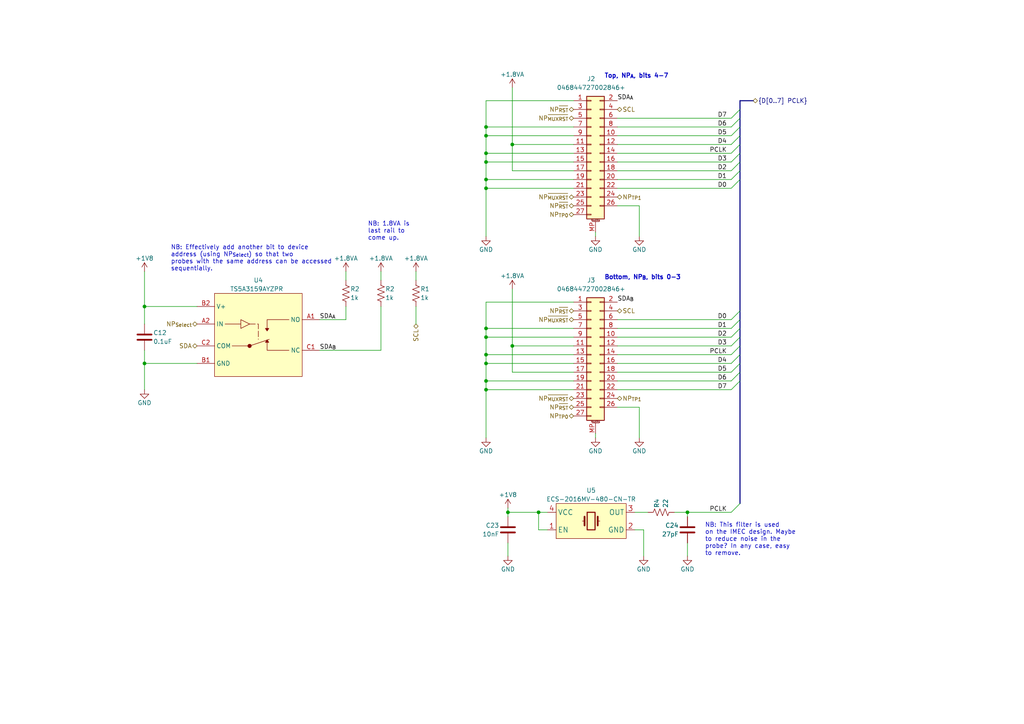
<source format=kicad_sch>
(kicad_sch (version 20230121) (generator eeschema)
  (paper "A4")
  (title_block (title "ONIX Neuropixels 2.0 Economical Headstage") (rev "B") (company "Open Ephys, Inc") (comment 1 "Jonathan P. Newman"))
  (lib_symbols
    (symbol "Connector_Generic_MountingPin:Conn_2Rows-27Pins_MountingPin" (pin_names (offset 1.016) hide)
      (property "Reference" "J" (at 1.27 17.78 0))
      (property "Value" "Conn_2Rows-27Pins_MountingPin" (at 2.54 -20.32 0))
      (symbol "Conn_2Rows-27Pins_MountingPin_1_1"
        (rectangle (start -1.27 -17.653) (end 0 -17.907) (stroke (width 0.1524)))
        (rectangle (start -1.27 -15.113) (end 0 -15.367) (stroke (width 0.1524)))
        (rectangle (start -1.27 -12.573) (end 0 -12.827) (stroke (width 0.1524)))
        (rectangle (start -1.27 -10.033) (end 0 -10.287) (stroke (width 0.1524)))
        (rectangle (start -1.27 -7.493) (end 0 -7.747) (stroke (width 0.1524)))
        (rectangle (start -1.27 -4.953) (end 0 -5.207) (stroke (width 0.1524)))
        (rectangle (start -1.27 -2.413) (end 0 -2.667) (stroke (width 0.1524)))
        (rectangle (start -1.27 0.127) (end 0 -0.127) (stroke (width 0.1524)))
        (rectangle (start -1.27 2.667) (end 0 2.413) (stroke (width 0.1524)))
        (rectangle (start -1.27 5.207) (end 0 4.953) (stroke (width 0.1524)))
        (rectangle (start -1.27 7.747) (end 0 7.493) (stroke (width 0.1524)))
        (rectangle (start -1.27 10.287) (end 0 10.033) (stroke (width 0.1524)))
        (rectangle (start -1.27 12.827) (end 0 12.573) (stroke (width 0.1524)))
        (rectangle (start -1.27 15.367) (end 0 15.113) (stroke (width 0.1524)))
        (rectangle (start -1.27 16.51) (end 3.81 -19.05) (stroke (width 0.254)) (fill (type background)))
        (polyline (pts (xy 0.254 -19.812) (xy 2.286 -19.812)) (stroke (width 0.1524)))
        (rectangle (start 3.81 -15.113) (end 2.54 -15.367) (stroke (width 0.1524)))
        (rectangle (start 3.81 -12.573) (end 2.54 -12.827) (stroke (width 0.1524)))
        (rectangle (start 3.81 -10.033) (end 2.54 -10.287) (stroke (width 0.1524)))
        (rectangle (start 3.81 -7.493) (end 2.54 -7.747) (stroke (width 0.1524)))
        (rectangle (start 3.81 -4.953) (end 2.54 -5.207) (stroke (width 0.1524)))
        (rectangle (start 3.81 -2.413) (end 2.54 -2.667) (stroke (width 0.1524)))
        (rectangle (start 3.81 0.127) (end 2.54 -0.127) (stroke (width 0.1524)))
        (rectangle (start 3.81 2.667) (end 2.54 2.413) (stroke (width 0.1524)))
        (rectangle (start 3.81 5.207) (end 2.54 4.953) (stroke (width 0.1524)))
        (rectangle (start 3.81 7.747) (end 2.54 7.493) (stroke (width 0.1524)))
        (rectangle (start 3.81 10.287) (end 2.54 10.033) (stroke (width 0.1524)))
        (rectangle (start 3.81 12.827) (end 2.54 12.573) (stroke (width 0.1524)))
        (rectangle (start 3.81 15.367) (end 2.54 15.113) (stroke (width 0.1524)))
        (text "Mounting" (at 1.27 -19.431 0) (effects (font (size 0.381 0.381))))
        (pin passive line (at -5.08 15.24 0) (length 3.81) (name "Pin_1") (number "1"))
        (pin passive line (at 7.62 5.08 180) (length 3.81) (name "Pin_10") (number "10"))
        (pin passive line (at -5.08 2.54 0) (length 3.81) (name "Pin_11") (number "11"))
        (pin passive line (at 7.62 2.54 180) (length 3.81) (name "Pin_12") (number "12"))
        (pin passive line (at -5.08 0 0) (length 3.81) (name "Pin_13") (number "13"))
        (pin passive line (at 7.62 0 180) (length 3.81) (name "Pin_14") (number "14"))
        (pin passive line (at -5.08 -2.54 0) (length 3.81) (name "Pin_15") (number "15"))
        (pin passive line (at 7.62 -2.54 180) (length 3.81) (name "Pin_16") (number "16"))
        (pin passive line (at -5.08 -5.08 0) (length 3.81) (name "Pin_17") (number "17"))
        (pin passive line (at 7.62 -5.08 180) (length 3.81) (name "Pin_18") (number "18"))
        (pin passive line (at -5.08 -7.62 0) (length 3.81) (name "Pin_19") (number "19"))
        (pin passive line (at 7.62 15.24 180) (length 3.81) (name "Pin_2") (number "2"))
        (pin passive line (at 7.62 -7.62 180) (length 3.81) (name "Pin_20") (number "20"))
        (pin passive line (at -5.08 -10.16 0) (length 3.81) (name "Pin_21") (number "21"))
        (pin passive line (at 7.62 -10.16 180) (length 3.81) (name "Pin_22") (number "22"))
        (pin passive line (at -5.08 -12.7 0) (length 3.81) (name "Pin_23") (number "23"))
        (pin passive line (at 7.62 -12.7 180) (length 3.81) (name "Pin_24") (number "24"))
        (pin passive line (at -5.08 -15.24 0) (length 3.81) (name "Pin_25") (number "25"))
        (pin passive line (at 7.62 -15.24 180) (length 3.81) (name "Pin_26") (number "26"))
        (pin passive line (at -5.08 -17.78 0) (length 3.81) (name "Pin_27") (number "27"))
        (pin passive line (at -5.08 12.7 0) (length 3.81) (name "Pin_3") (number "3"))
        (pin passive line (at 7.62 12.7 180) (length 3.81) (name "Pin_4") (number "4"))
        (pin passive line (at -5.08 10.16 0) (length 3.81) (name "Pin_5") (number "5"))
        (pin passive line (at 7.62 10.16 180) (length 3.81) (name "Pin_6") (number "6"))
        (pin passive line (at -5.08 7.62 0) (length 3.81) (name "Pin_7") (number "7"))
        (pin passive line (at 7.62 7.62 180) (length 3.81) (name "Pin_8") (number "8"))
        (pin passive line (at -5.08 5.08 0) (length 3.81) (name "Pin_9") (number "9"))
        (pin passive line (at 1.27 -22.86 90) (length 3.048) (name "MountPin") (number "MP"))
      )
    )
    (symbol "Device:C" (pin_numbers hide) (pin_names (offset 0.254))
      (property "Reference" "C" (at 0.635 2.54 0))
      (property "Value" "C" (at 0.635 -2.54 0))
      (symbol "C_0_1"
        (polyline (pts (xy -2.032 -0.762) (xy 2.032 -0.762)) (stroke (width 0.508)))
        (polyline (pts (xy -2.032 0.762) (xy 2.032 0.762)) (stroke (width 0.508)))
      )
      (symbol "C_1_1"
        (pin passive line (at 0 3.81 270) (length 2.794) (name "~") (number "1"))
        (pin passive line (at 0 -3.81 90) (length 2.794) (name "~") (number "2"))
      )
    )
    (symbol "Device:R_US" (pin_numbers hide) (pin_names (offset 0))
      (property "Reference" "R" (at 2.54 0 90))
      (property "Value" "R_US" (at -2.54 0 90))
      (symbol "R_US_0_1"
        (polyline (pts (xy 0 -2.286) (xy 0 -2.54)))
        (polyline (pts (xy 0 2.286) (xy 0 2.54)))
        (polyline (pts (xy 0 -0.762) (xy 1.016 -1.143) (xy 0 -1.524) (xy -1.016 -1.905) (xy 0 -2.286)))
        (polyline (pts (xy 0 0.762) (xy 1.016 0.381) (xy 0 0) (xy -1.016 -0.381) (xy 0 -0.762)))
        (polyline (pts (xy 0 2.286) (xy 1.016 1.905) (xy 0 1.524) (xy -1.016 1.143) (xy 0 0.762)))
      )
      (symbol "R_US_1_1"
        (pin passive line (at 0 3.81 270) (length 1.27) (name "~") (number "1"))
        (pin passive line (at 0 -3.81 90) (length 1.27) (name "~") (number "2"))
      )
    )
    (symbol "jonnew:+1.8VA" (power) (pin_names (offset 0))
      (property "Value" "+1.8VA" (at 0 3.556 0))
      (symbol "+1.8VA_0_1"
        (polyline (pts (xy -0.762 1.27) (xy 0 2.54)))
        (polyline (pts (xy 0 0) (xy 0 2.54)))
        (polyline (pts (xy 0 2.54) (xy 0.762 1.27)))
      )
      (symbol "+1.8VA_1_1"
        (pin power_in line (at 0 0 90) (length 0) hide (name "+1.8VA") (number "1"))
      )
    )
    (symbol "jonnew:OSCILLATOR_EN"
      (property "Reference" "U" (at -10.16 8.255 0))
      (property "Value" "OSCILLATOR_EN" (at -10.16 6.35 0))
      (symbol "OSCILLATOR_EN_0_1"
        (rectangle (start -10.16 5.08) (end 10.16 -5.08) (stroke (width 0.1524)) (fill (type background)))
        (rectangle (start -1.143 2.54) (end 1.143 -2.54) (stroke (width 0.3048)))
        (polyline (pts (xy -2.54 0) (xy -1.905 0)))
        (polyline (pts (xy -1.905 -1.27) (xy -1.905 1.27)) (stroke (width 0.508)))
        (polyline (pts (xy 1.905 -1.27) (xy 1.905 1.27)) (stroke (width 0.508)))
        (polyline (pts (xy 2.54 0) (xy 1.905 0)))
      )
      (symbol "OSCILLATOR_EN_1_1"
        (pin input line (at -12.7 -2.54 0) (length 2.54) (name "EN") (number "1"))
        (pin power_in line (at 12.7 -2.54 180) (length 2.54) (name "GND") (number "2"))
        (pin output line (at 12.7 2.54 180) (length 2.54) (name "OUT") (number "3"))
        (pin power_in line (at -12.7 2.54 0) (length 2.54) (name "VCC") (number "4"))
      )
    )
    (symbol "jonnew:TS5A3159A"
      (property "Reference" "U" (at 0 15.24 0))
      (property "Value" "TS5A3159A" (at 0 12.7 0))
      (symbol "TS5A3159A_0_0"
        (pin bidirectional line (at 17.78 3.81 180) (length 5.08) (name "NO") (number "A1"))
        (pin input line (at -17.78 2.54 0) (length 5.08) (name "IN") (number "A2"))
        (pin power_in line (at -17.78 -8.89 0) (length 5.08) (name "GND") (number "B1"))
        (pin power_in line (at -17.78 7.62 0) (length 5.08) (name "V+") (number "B2"))
        (pin bidirectional line (at 17.78 -5.08 180) (length 5.08) (name "NC") (number "C1"))
        (pin bidirectional line (at -17.78 -3.81 0) (length 5.08) (name "COM") (number "C2"))
      )
      (symbol "TS5A3159A_0_1"
        (rectangle (start -12.7 11.43) (end 12.7 -12.7) (fill (type background)))
        (circle (center -2.54 -3.81) (radius 0.508) (fill (type outline)))
        (polyline (pts (xy -7.62 -3.81) (xy -2.54 -3.81)))
        (polyline (pts (xy -2.54 -3.81) (xy 3.175 -1.905)))
        (polyline (pts (xy -2.54 2.54) (xy 0 2.54) (xy 0 -1.905)) (stroke (width 0) (type dash)))
        (polyline (pts (xy 2.54 -2.54) (xy 2.54 -5.08) (xy 8.89 -5.08)))
        (polyline (pts (xy 2.54 1.27) (xy 2.54 3.81) (xy 8.89 3.81)))
        (polyline (pts (xy 2.286 1.27) (xy 3.048 1.27) (xy 2.54 0.508) (xy 2.032 1.27) (xy 2.286 1.27)) (fill (type outline)))
        (polyline (pts (xy 2.794 -2.794) (xy 2.032 -2.794) (xy 2.54 -2.032) (xy 3.048 -2.794) (xy 2.794 -2.794)) (fill (type outline)))
        (polyline (pts (xy -9.652 2.54) (xy -5.08 2.54) (xy -5.08 3.81) (xy -2.54 2.54) (xy -5.08 1.27) (xy -5.08 2.54)))
      )
    )
    (symbol "power:+1V8" (power) (pin_names (offset 0))
      (property "Value" "+1V8" (at 0 3.556 0))
      (symbol "+1V8_0_1"
        (polyline (pts (xy -0.762 1.27) (xy 0 2.54)))
        (polyline (pts (xy 0 0) (xy 0 2.54)))
        (polyline (pts (xy 0 2.54) (xy 0.762 1.27)))
      )
      (symbol "+1V8_1_1"
        (pin power_in line (at 0 0 90) (length 0) hide (name "+1V8") (number "1"))
      )
    )
    (symbol "power:GND" (power) (pin_names (offset 0))
      (property "Value" "GND" (at 0 -3.81 0))
      (symbol "GND_0_1"
        (polyline (pts (xy 0 0) (xy 0 -1.27) (xy 1.27 -1.27) (xy 0 -2.54) (xy -1.27 -1.27) (xy 0 -1.27)))
      )
      (symbol "GND_1_1"
        (pin power_in line (at 0 0 270) (length 0) hide (name "GND") (number "1"))
      )
    )
  )
  (junction (at 140.97 52.07))
  (junction (at 140.97 54.61))
  (junction (at 147.32 148.59))
  (junction (at 140.97 46.99))
  (junction (at 199.39 148.59))
  (junction (at 41.91 88.9))
  (junction (at 148.59 41.91))
  (junction (at 140.97 39.37))
  (junction (at 41.91 105.41))
  (junction (at 140.97 97.79))
  (junction (at 140.97 44.45))
  (junction (at 140.97 102.87))
  (junction (at 140.97 110.49))
  (junction (at 140.97 105.41))
  (junction (at 140.97 95.25))
  (junction (at 140.97 36.83))
  (junction (at 140.97 113.03))
  (junction (at 148.59 100.33))
  (junction (at 156.21 148.59))
  (bus_entry (at 214.63 44.45) (size -2.54 2.54))
  (bus_entry (at 214.63 31.75) (size -2.54 2.54))
  (bus_entry (at 214.63 92.71) (size -2.54 2.54))
  (bus_entry (at 214.63 146.05) (size -2.54 2.54))
  (bus_entry (at 214.63 39.37) (size -2.54 2.54))
  (bus_entry (at 214.63 110.49) (size -2.54 2.54))
  (bus_entry (at 214.63 41.91) (size -2.54 2.54))
  (bus_entry (at 214.63 49.53) (size -2.54 2.54))
  (bus_entry (at 214.63 105.41) (size -2.54 2.54))
  (bus_entry (at 214.63 107.95) (size -2.54 2.54))
  (bus_entry (at 214.63 46.99) (size -2.54 2.54))
  (bus_entry (at 214.63 95.25) (size -2.54 2.54))
  (bus_entry (at 214.63 90.17) (size -2.54 2.54))
  (bus_entry (at 214.63 100.33) (size -2.54 2.54))
  (bus_entry (at 214.63 97.79) (size -2.54 2.54))
  (bus_entry (at 214.63 102.87) (size -2.54 2.54))
  (bus_entry (at 214.63 36.83) (size -2.54 2.54))
  (bus_entry (at 214.63 52.07) (size -2.54 2.54))
  (bus_entry (at 214.63 34.29) (size -2.54 2.54))
  (wire (pts (xy 186.69 161.29) (xy 186.69 153.67)))
  (wire (pts (xy 140.97 36.83) (xy 166.37 36.83)))
  (wire (pts (xy 184.15 153.67) (xy 186.69 153.67)))
  (bus (pts (xy 214.63 110.49) (xy 214.63 146.05)))
  (bus (pts (xy 214.63 97.79) (xy 214.63 95.25)))
  (wire (pts (xy 140.97 44.45) (xy 140.97 46.99)))
  (wire (pts (xy 140.97 105.41) (xy 140.97 110.49)))
  (wire (pts (xy 100.33 92.71) (xy 92.71 92.71)))
  (bus (pts (xy 214.63 29.21) (xy 214.63 31.75)))
  (wire (pts (xy 179.07 95.25) (xy 212.09 95.25)))
  (wire (pts (xy 140.97 113.03) (xy 166.37 113.03)))
  (wire (pts (xy 179.07 107.95) (xy 212.09 107.95)))
  (wire (pts (xy 156.21 148.59) (xy 158.75 148.59)))
  (bus (pts (xy 214.63 92.71) (xy 214.63 90.17)))
  (wire (pts (xy 147.32 149.86) (xy 147.32 148.59)))
  (wire (pts (xy 140.97 102.87) (xy 140.97 105.41)))
  (wire (pts (xy 199.39 148.59) (xy 199.39 149.86)))
  (wire (pts (xy 185.42 59.69) (xy 185.42 68.58)))
  (wire (pts (xy 179.07 41.91) (xy 212.09 41.91)))
  (wire (pts (xy 172.72 67.31) (xy 172.72 68.58)))
  (wire (pts (xy 110.49 78.74) (xy 110.49 81.28)))
  (wire (pts (xy 110.49 101.6) (xy 92.71 101.6)))
  (wire (pts (xy 140.97 97.79) (xy 166.37 97.79)))
  (wire (pts (xy 41.91 105.41) (xy 57.15 105.41)))
  (bus (pts (xy 214.63 107.95) (xy 214.63 105.41)))
  (wire (pts (xy 140.97 46.99) (xy 140.97 52.07)))
  (wire (pts (xy 140.97 97.79) (xy 140.97 102.87)))
  (wire (pts (xy 57.15 88.9) (xy 41.91 88.9)))
  (wire (pts (xy 179.07 44.45) (xy 212.09 44.45)))
  (wire (pts (xy 158.75 153.67) (xy 156.21 153.67)))
  (wire (pts (xy 148.59 83.82) (xy 148.59 100.33)))
  (wire (pts (xy 148.59 25.4) (xy 148.59 41.91)))
  (wire (pts (xy 179.07 92.71) (xy 212.09 92.71)))
  (wire (pts (xy 100.33 78.74) (xy 100.33 81.28)))
  (wire (pts (xy 140.97 54.61) (xy 166.37 54.61)))
  (wire (pts (xy 140.97 39.37) (xy 166.37 39.37)))
  (wire (pts (xy 41.91 88.9) (xy 41.91 78.74)))
  (bus (pts (xy 214.63 44.45) (xy 214.63 41.91)))
  (wire (pts (xy 41.91 101.6) (xy 41.91 105.41)))
  (wire (pts (xy 179.07 110.49) (xy 212.09 110.49)))
  (wire (pts (xy 100.33 88.9) (xy 100.33 92.71)))
  (wire (pts (xy 147.32 148.59) (xy 156.21 148.59)))
  (wire (pts (xy 179.07 102.87) (xy 212.09 102.87)))
  (bus (pts (xy 214.63 105.41) (xy 214.63 102.87)))
  (wire (pts (xy 140.97 44.45) (xy 166.37 44.45)))
  (bus (pts (xy 214.63 39.37) (xy 214.63 36.83)))
  (wire (pts (xy 140.97 105.41) (xy 166.37 105.41)))
  (wire (pts (xy 140.97 52.07) (xy 166.37 52.07)))
  (wire (pts (xy 148.59 100.33) (xy 166.37 100.33)))
  (wire (pts (xy 179.07 52.07) (xy 212.09 52.07)))
  (wire (pts (xy 148.59 100.33) (xy 148.59 107.95)))
  (wire (pts (xy 179.07 54.61) (xy 212.09 54.61)))
  (wire (pts (xy 156.21 153.67) (xy 156.21 148.59)))
  (wire (pts (xy 140.97 39.37) (xy 140.97 44.45)))
  (wire (pts (xy 41.91 88.9) (xy 41.91 93.98)))
  (bus (pts (xy 214.63 46.99) (xy 214.63 44.45)))
  (wire (pts (xy 179.07 36.83) (xy 212.09 36.83)))
  (wire (pts (xy 147.32 147.32) (xy 147.32 148.59)))
  (wire (pts (xy 179.07 49.53) (xy 212.09 49.53)))
  (bus (pts (xy 214.63 41.91) (xy 214.63 39.37)))
  (bus (pts (xy 214.63 49.53) (xy 214.63 46.99)))
  (bus (pts (xy 214.63 100.33) (xy 214.63 97.79)))
  (bus (pts (xy 214.63 52.07) (xy 214.63 49.53)))
  (wire (pts (xy 199.39 157.48) (xy 199.39 161.29)))
  (wire (pts (xy 148.59 107.95) (xy 166.37 107.95)))
  (wire (pts (xy 179.07 100.33) (xy 212.09 100.33)))
  (bus (pts (xy 214.63 110.49) (xy 214.63 107.95)))
  (wire (pts (xy 140.97 95.25) (xy 140.97 87.63)))
  (wire (pts (xy 140.97 110.49) (xy 140.97 113.03)))
  (wire (pts (xy 195.58 148.59) (xy 199.39 148.59)))
  (wire (pts (xy 185.42 118.11) (xy 185.42 127)))
  (wire (pts (xy 148.59 41.91) (xy 166.37 41.91)))
  (wire (pts (xy 179.07 118.11) (xy 185.42 118.11)))
  (bus (pts (xy 214.63 95.25) (xy 214.63 92.71)))
  (wire (pts (xy 179.07 34.29) (xy 212.09 34.29)))
  (wire (pts (xy 140.97 29.21) (xy 166.37 29.21)))
  (bus (pts (xy 214.63 31.75) (xy 214.63 34.29)))
  (wire (pts (xy 179.07 59.69) (xy 185.42 59.69)))
  (wire (pts (xy 140.97 52.07) (xy 140.97 54.61)))
  (wire (pts (xy 120.65 78.74) (xy 120.65 81.28)))
  (wire (pts (xy 140.97 54.61) (xy 140.97 68.58)))
  (wire (pts (xy 172.72 125.73) (xy 172.72 127)))
  (wire (pts (xy 140.97 36.83) (xy 140.97 29.21)))
  (wire (pts (xy 147.32 161.29) (xy 147.32 157.48)))
  (wire (pts (xy 179.07 105.41) (xy 212.09 105.41)))
  (wire (pts (xy 179.07 113.03) (xy 212.09 113.03)))
  (wire (pts (xy 140.97 46.99) (xy 166.37 46.99)))
  (wire (pts (xy 140.97 110.49) (xy 166.37 110.49)))
  (bus (pts (xy 218.44 29.21) (xy 214.63 29.21)))
  (wire (pts (xy 140.97 95.25) (xy 166.37 95.25)))
  (wire (pts (xy 148.59 41.91) (xy 148.59 49.53)))
  (wire (pts (xy 140.97 36.83) (xy 140.97 39.37)))
  (wire (pts (xy 179.07 39.37) (xy 212.09 39.37)))
  (wire (pts (xy 179.07 46.99) (xy 212.09 46.99)))
  (wire (pts (xy 140.97 102.87) (xy 166.37 102.87)))
  (wire (pts (xy 184.15 148.59) (xy 187.96 148.59)))
  (wire (pts (xy 140.97 113.03) (xy 140.97 127)))
  (wire (pts (xy 199.39 148.59) (xy 212.09 148.59)))
  (wire (pts (xy 140.97 87.63) (xy 166.37 87.63)))
  (bus (pts (xy 214.63 36.83) (xy 214.63 34.29)))
  (wire (pts (xy 120.65 88.9) (xy 120.65 93.98)))
  (wire (pts (xy 41.91 105.41) (xy 41.91 113.03)))
  (wire (pts (xy 110.49 88.9) (xy 110.49 101.6)))
  (wire (pts (xy 140.97 95.25) (xy 140.97 97.79)))
  (bus (pts (xy 214.63 52.07) (xy 214.63 90.17)))
  (wire (pts (xy 179.07 97.79) (xy 212.09 97.79)))
  (bus (pts (xy 214.63 102.87) (xy 214.63 100.33)))
  (wire (pts (xy 148.59 49.53) (xy 166.37 49.53)))
  (text "NB: 1.8VA is \nlast rail to \ncome up." (at 106.68 69.85 0) (effects (font (size 1.27 1.27)) (justify left bottom)))
  (text "Top, NP_{A}, bits 4-7" (at 175.26 22.86 0) (effects (font (size 1.27 1.27) (thickness 0.254) bold) (justify left bottom)))
  (text "Bottom, NP_{B}, bits 0-3" (at 175.26 81.28 0) (effects (font (size 1.27 1.27) (thickness 0.254) bold) (justify left bottom)))
  (text "NB: This filter is used\non the IMEC design. Maybe\nto reduce noise in the\nprobe? In any case, easy\nto remove." (at 204.47 161.29 0) (effects (font (size 1.27 1.27)) (justify left bottom)))
  (text "NB: Effectively add another bit to device\naddress (using NP_{Select}) so that two\nprobes with the same address can be accessed\nsequentially." (at 49.53 78.74 0) (effects (font (size 1.27 1.27)) (justify left bottom)))
  (label "D7" (at 210.82 34.29 180))
  (label "D3" (at 210.82 46.99 180))
  (label "D4" (at 210.82 105.41 180))
  (label "SDA_{A}" (at 92.71 92.71 0))
  (label "D7" (at 210.82 113.03 180))
  (label "SDA_{A}" (at 179.07 29.21 0))
  (label "D0" (at 210.82 54.61 180))
  (label "D6" (at 210.82 36.83 180))
  (label "D6" (at 210.82 110.49 180))
  (label "D5" (at 210.82 107.95 180))
  (label "PCLK" (at 210.82 102.87 180))
  (label "D5" (at 210.82 39.37 180))
  (label "D1" (at 210.82 52.07 180))
  (label "D0" (at 210.82 92.71 180))
  (label "D2" (at 210.82 49.53 180))
  (label "PCLK" (at 210.82 148.59 180))
  (label "D2" (at 210.82 97.79 180))
  (label "D1" (at 210.82 95.25 180))
  (label "SDA_{B}" (at 179.07 87.63 0))
  (label "SDA_{B}" (at 92.71 101.6 0))
  (label "D3" (at 210.82 100.33 180))
  (label "PCLK" (at 210.82 44.45 180))
  (label "D4" (at 210.82 41.91 180))
  (hierarchical_label "NP_{~{MUXRST}}" (shape bidirectional) (at 166.37 57.15 180))
  (hierarchical_label "NP_{~{MUXRST}}" (shape bidirectional) (at 166.37 115.57 180))
  (hierarchical_label "NP_{TP1}" (shape bidirectional) (at 179.07 115.57 0))
  (hierarchical_label "NP_{~{RST}}" (shape bidirectional) (at 166.37 118.11 180))
  (hierarchical_label "NP_{TP0}" (shape bidirectional) (at 166.37 120.65 180))
  (hierarchical_label "{D[0..7] PCLK}" (shape bidirectional) (at 218.44 29.21 0))
  (hierarchical_label "NP_{~{RST}}" (shape bidirectional) (at 166.37 90.17 180))
  (hierarchical_label "SCL" (shape bidirectional) (at 179.07 31.75 0))
  (hierarchical_label "SCL" (shape bidirectional) (at 179.07 90.17 0))
  (hierarchical_label "NP_{~{RST}}" (shape bidirectional) (at 166.37 59.69 180))
  (hierarchical_label "NP_{~{RST}}" (shape bidirectional) (at 166.37 31.75 180))
  (hierarchical_label "SDA" (shape bidirectional) (at 57.15 100.33 180))
  (hierarchical_label "NP_{~{MUXRST}}" (shape bidirectional) (at 166.37 92.71 180))
  (hierarchical_label "NP_{TP0}" (shape bidirectional) (at 166.37 62.23 180))
  (hierarchical_label "SCL" (shape bidirectional) (at 120.65 93.98 270))
  (hierarchical_label "NP_{TP1}" (shape bidirectional) (at 179.07 57.15 0))
  (hierarchical_label "NP_{~{MUXRST}}" (shape bidirectional) (at 166.37 34.29 180))
  (hierarchical_label "NP_{Select}" (shape bidirectional) (at 57.15 93.98 180))
  (symbol (lib_id "power:+1V8") (at 41.91 78.74 0) (unit 1)
    (property "Reference" "#PWR019" (effects hide))
    (property "Value" "+1V8" (at 41.91 74.93 0))
    (instances (project "headstage-neuropix2e" (path "" (reference "#PWR019") (unit 1)) (path "" (reference "#PWR046") (unit 1))))
  )
  (symbol (lib_id "power:GND") (at 172.72 127 0) (unit 1)
    (property "Reference" "#PWR01" (effects hide))
    (property "Value" "GND" (at 172.72 130.81 0))
    (instances (project "headstage-neuropix2e" (path "" (reference "#PWR01") (unit 1)) (path "" (reference "#PWR050") (unit 1))))
  )
  (symbol (lib_id "power:GND") (at 41.91 113.03 0) (unit 1)
    (property "Reference" "#PWR01" (effects hide))
    (property "Value" "GND" (at 41.91 116.84 0))
    (instances (project "headstage-neuropix2e" (path "" (reference "#PWR01") (unit 1)) (path "" (reference "#PWR048") (unit 1))))
  )
  (symbol (lib_id "jonnew:TS5A3159A") (at 74.93 96.52 0) (unit 1)
    (property "Reference" "U4" (at 74.93 81.28 0))
    (property "Value" "TS5A3159AYZPR " (at 74.93 83.82 0))
    (property "Footprint" "jonnew:TI_YZP0006" (effects hide))
    (property "Datasheet" "https://www.ti.com/lit/ds/symlink/ts5a3159a.pdf?HQS=dis-mous-null-mousermode-dsf-pf-null-wwe&ts=1677050643355&ref_url=https%253A%252F%252Fwww.mouser.it%252F" (effects hide))
  )
  (symbol (lib_id "power:GND") (at 185.42 68.58 0) (unit 1)
    (property "Reference" "#PWR01" (effects hide))
    (property "Value" "GND" (at 185.42 72.39 0))
    (instances (project "headstage-neuropix2e" (path "" (reference "#PWR01") (unit 1)) (path "" (reference "#PWR045") (unit 1))))
  )
  (symbol (lib_id "Device:R_US") (at 120.65 85.09 0) (unit 1)
    (property "Reference" "R1" (at 121.92 83.82 0) (effects (justify left)))
    (property "Value" "1k" (at 121.92 86.36 0) (effects (justify left)))
    (property "Footprint" "Resistor_SMD:R_0201_0603Metric" (effects hide))
    (property "CASE/PACKAGE" "0201" (effects hide))
    (property "Tolerance" "1%" (effects hide))
    (instances (project "headstage-neuropix2e" (path "" (reference "R1") (unit 1)) (path "" (reference "R11") (unit 1))))
  )
  (symbol (lib_id "power:+1V8") (at 147.32 147.32 0) (mirror y) (unit 1)
    (property "Reference" "#PWR052" (effects hide))
    (property "Value" "+1V8" (at 147.32 143.51 0))
  )
  (symbol (lib_id "Device:R_US") (at 191.77 148.59 90) (unit 1)
    (property "Reference" "R4" (at 190.5 147.32 0) (effects (justify left)))
    (property "Value" "22" (at 193.04 147.32 0) (effects (justify left)))
    (property "Footprint" "Resistor_SMD:R_0201_0603Metric" (effects hide))
    (property "CASE/PACKAGE" "0201" (effects hide))
    (property "Tolerance" "1%" (effects hide))
    (instances (project "headstage-neuropix2e" (path "" (reference "R4") (unit 1)) (path "" (reference "R12") (unit 1))))
  )
  (symbol (lib_id "power:GND") (at 186.69 161.29 0) (unit 1)
    (property "Reference" "#PWR054" (effects hide))
    (property "Value" "GND" (at 186.69 165.1 0))
  )
  (symbol (lib_id "Device:R_US") (at 100.33 85.09 0) (unit 1)
    (property "Reference" "R2" (at 101.6 83.82 0) (effects (justify left)))
    (property "Value" "1k" (at 101.6 86.36 0) (effects (justify left)))
    (property "Footprint" "Resistor_SMD:R_0201_0603Metric" (effects hide))
    (property "CASE/PACKAGE" "0201" (effects hide))
    (property "Tolerance" "1%" (effects hide))
    (instances (project "headstage-neuropix2e" (path "" (reference "R2") (unit 1)) (path "" (reference "R9") (unit 1))))
  )
  (symbol (lib_id "power:GND") (at 172.72 68.58 0) (unit 1)
    (property "Reference" "#PWR01" (effects hide))
    (property "Value" "GND" (at 172.72 72.39 0))
    (instances (project "headstage-neuropix2e" (path "" (reference "#PWR01") (unit 1)) (path "" (reference "#PWR044") (unit 1))))
  )
  (symbol (lib_id "jonnew:+1.8VA") (at 148.59 83.82 0) (unit 1)
    (property "Reference" "#PWR047" (effects hide))
    (property "Value" "+1.8VA" (at 148.59 80.01 0))
  )
  (symbol (lib_id "Device:C") (at 199.39 153.67 0) (mirror y) (unit 1)
    (property "Reference" "C24" (at 196.85 152.4 0) (effects (justify left)))
    (property "Value" "27pF" (at 196.85 154.94 0) (effects (justify left)))
    (property "Footprint" "Capacitor_SMD:C_0201_0603Metric" (effects hide))
    (property "TempCo" "X7R" (effects hide))
    (property "Voltage" "35V" (effects hide))
    (property "CASE/PACKAGE" "0201" (effects hide))
  )
  (symbol (lib_id "power:GND") (at 140.97 127 0) (unit 1)
    (property "Reference" "#PWR01" (effects hide))
    (property "Value" "GND" (at 140.97 130.81 0))
    (instances (project "headstage-neuropix2e" (path "" (reference "#PWR01") (unit 1)) (path "" (reference "#PWR049") (unit 1))))
  )
  (symbol (lib_id "Device:C") (at 147.32 153.67 0) (mirror y) (unit 1)
    (property "Reference" "C23" (at 144.78 152.4 0) (effects (justify left)))
    (property "Value" "10nF" (at 144.78 154.94 0) (effects (justify left)))
    (property "Footprint" "Capacitor_SMD:C_0201_0603Metric" (effects hide))
    (property "TempCo" "X7R" (effects hide))
    (property "Voltage" "35V" (effects hide))
    (property "CASE/PACKAGE" "0201" (effects hide))
  )
  (symbol (lib_id "power:GND") (at 199.39 161.29 0) (unit 1)
    (property "Reference" "#PWR055" (effects hide))
    (property "Value" "GND" (at 199.39 165.1 0))
  )
  (symbol (lib_id "power:GND") (at 140.97 68.58 0) (unit 1)
    (property "Reference" "#PWR01" (effects hide))
    (property "Value" "GND" (at 140.97 72.39 0))
    (instances (project "headstage-neuropix2e" (path "" (reference "#PWR01") (unit 1)) (path "" (reference "#PWR043") (unit 1))))
  )
  (symbol (lib_id "power:GND") (at 185.42 127 0) (unit 1)
    (property "Reference" "#PWR01" (effects hide))
    (property "Value" "GND" (at 185.42 130.81 0))
    (instances (project "headstage-neuropix2e" (path "" (reference "#PWR01") (unit 1)) (path "" (reference "#PWR051") (unit 1))))
  )
  (symbol (lib_id "power:GND") (at 147.32 161.29 0) (unit 1)
    (property "Reference" "#PWR053" (effects hide))
    (property "Value" "GND" (at 147.32 165.1 0))
  )
  (symbol (lib_id "jonnew:+1.8VA") (at 100.33 78.74 0) (unit 1)
    (property "Reference" "#PWR040" (effects hide))
    (property "Value" "+1.8VA" (at 100.33 74.93 0))
    (instances (project "headstage-neuropix2e" (path "" (reference "#PWR040") (unit 1)) (path "" (reference "#PWR03") (unit 1))))
  )
  (symbol (lib_id "Device:C") (at 41.91 97.79 0) (unit 1)
    (property "Reference" "C12" (at 44.45 96.52 0) (effects (justify left)))
    (property "Value" "0.1uF" (at 44.45 99.06 0) (effects (justify left)))
    (property "Footprint" "Capacitor_SMD:C_0201_0603Metric" (effects hide))
    (property "TempCo" "X7R" (effects hide))
    (property "Voltage" "25V" (effects hide))
    (property "CASE/PACKAGE" "0201" (effects hide))
    (instances (project "headstage-neuropix2e" (path "" (reference "C12") (unit 1)) (path "" (reference "C22") (unit 1))))
  )
  (symbol (lib_id "Connector_Generic_MountingPin:Conn_2Rows-27Pins_MountingPin") (at 171.45 44.45 0) (unit 1)
    (property "Reference" "J2" (at 171.45 22.86 0))
    (property "Value" "046844727002846+" (at 171.45 25.4 0))
    (property "Footprint" "jonnew:KYOCERA_046844727002846+" (effects hide))
  )
  (symbol (lib_id "jonnew:+1.8VA") (at 120.65 78.74 0) (unit 1)
    (property "Reference" "#PWR042" (effects hide))
    (property "Value" "+1.8VA" (at 120.65 74.93 0))
    (instances (project "headstage-neuropix2e" (path "" (reference "#PWR042") (unit 1)) (path "" (reference "#PWR02") (unit 1))))
  )
  (symbol (lib_id "jonnew:+1.8VA") (at 148.59 25.4 0) (unit 1)
    (property "Reference" "#PWR038" (effects hide))
    (property "Value" "+1.8VA" (at 148.59 21.59 0))
  )
  (symbol (lib_id "Connector_Generic_MountingPin:Conn_2Rows-27Pins_MountingPin") (at 171.45 102.87 0) (unit 1)
    (property "Reference" "J3" (at 171.45 81.28 0))
    (property "Value" "046844727002846+" (at 171.45 83.82 0))
    (property "Footprint" "jonnew:KYOCERA_046844727002846+" (effects hide))
  )
  (symbol (lib_id "jonnew:OSCILLATOR_EN") (at 171.45 151.13 0) (unit 1)
    (property "Reference" "U5" (at 171.45 142.24 0))
    (property "Value" "ECS-2016MV-480-CN-TR" (at 171.45 144.78 0))
    (property "Footprint" "jonnew:ECS_2016MV" (effects hide))
  )
  (symbol (lib_id "jonnew:+1.8VA") (at 110.49 78.74 0) (unit 1)
    (property "Reference" "#PWR041" (effects hide))
    (property "Value" "+1.8VA" (at 110.49 74.93 0))
    (instances (project "headstage-neuropix2e" (path "" (reference "#PWR041") (unit 1)) (path "" (reference "#PWR03") (unit 1))))
  )
  (symbol (lib_id "Device:R_US") (at 110.49 85.09 0) (unit 1)
    (property "Reference" "R2" (at 111.76 83.82 0) (effects (justify left)))
    (property "Value" "1k" (at 111.76 86.36 0) (effects (justify left)))
    (property "Footprint" "Resistor_SMD:R_0201_0603Metric" (effects hide))
    (property "CASE/PACKAGE" "0201" (effects hide))
    (property "Tolerance" "1%" (effects hide))
    (instances (project "headstage-neuropix2e" (path "" (reference "R2") (unit 1)) (path "" (reference "R10") (unit 1))))
  )
)
</source>
